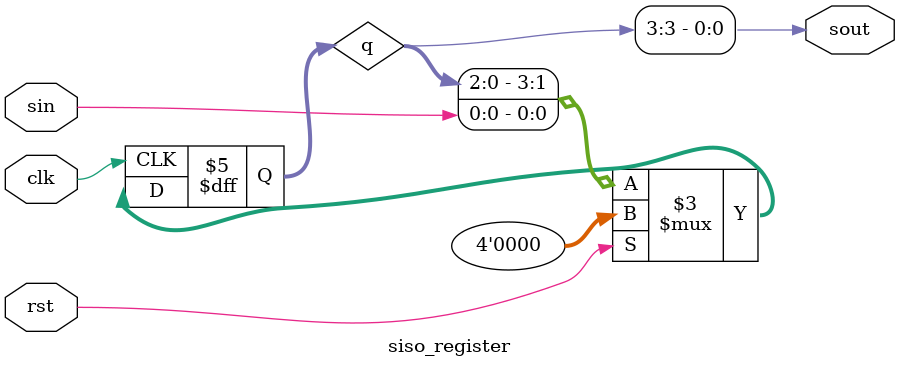
<source format=v>

module siso_register(input clk, rst,
                            input sin,
                            output sout
                            );

                            reg[3:0] q;

                            always@(posedge clk) begin
                                if(rst) 
                                    q <= 4'b0000;
                                else 
                                    q <= {q[2:0], sin};
                            end

                            assign sout = q[3];

endmodule
</source>
